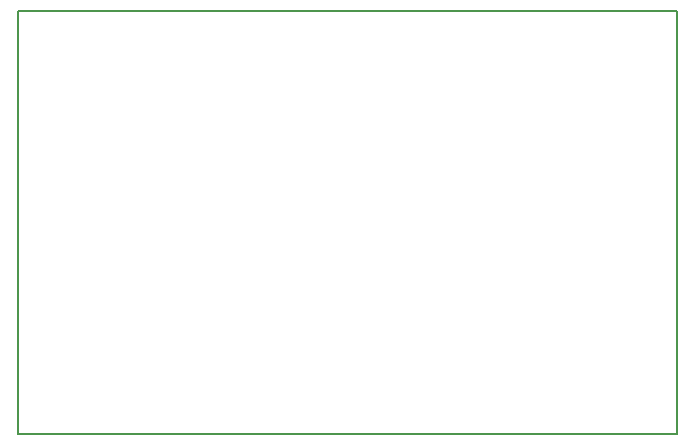
<source format=gm1>
G04 MADE WITH FRITZING*
G04 WWW.FRITZING.ORG*
G04 DOUBLE SIDED*
G04 HOLES PLATED*
G04 CONTOUR ON CENTER OF CONTOUR VECTOR*
%ASAXBY*%
%FSLAX23Y23*%
%MOIN*%
%OFA0B0*%
%SFA1.0B1.0*%
%ADD10R,2.204720X1.417320*%
%ADD11C,0.008000*%
%ADD10C,0.008*%
%LNCONTOUR*%
G90*
G70*
G54D10*
G54D11*
X4Y1413D02*
X2201Y1413D01*
X2201Y4D01*
X4Y4D01*
X4Y1413D01*
D02*
G04 End of contour*
M02*
</source>
